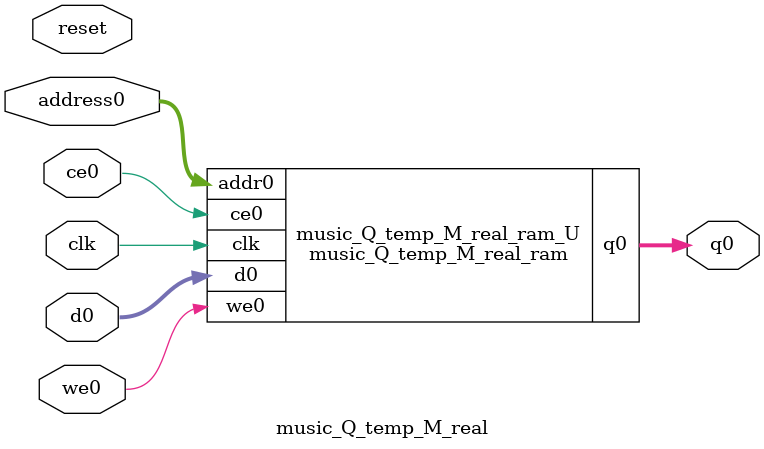
<source format=v>
`timescale 1 ns / 1 ps
module music_Q_temp_M_real_ram (addr0, ce0, d0, we0, q0,  clk);

parameter DWIDTH = 32;
parameter AWIDTH = 4;
parameter MEM_SIZE = 16;

input[AWIDTH-1:0] addr0;
input ce0;
input[DWIDTH-1:0] d0;
input we0;
output reg[DWIDTH-1:0] q0;
input clk;

(* ram_style = "distributed" *)reg [DWIDTH-1:0] ram[0:MEM_SIZE-1];




always @(posedge clk)  
begin 
    if (ce0) 
    begin
        if (we0) 
        begin 
            ram[addr0] <= d0; 
        end 
        q0 <= ram[addr0];
    end
end


endmodule

`timescale 1 ns / 1 ps
module music_Q_temp_M_real(
    reset,
    clk,
    address0,
    ce0,
    we0,
    d0,
    q0);

parameter DataWidth = 32'd32;
parameter AddressRange = 32'd16;
parameter AddressWidth = 32'd4;
input reset;
input clk;
input[AddressWidth - 1:0] address0;
input ce0;
input we0;
input[DataWidth - 1:0] d0;
output[DataWidth - 1:0] q0;



music_Q_temp_M_real_ram music_Q_temp_M_real_ram_U(
    .clk( clk ),
    .addr0( address0 ),
    .ce0( ce0 ),
    .we0( we0 ),
    .d0( d0 ),
    .q0( q0 ));

endmodule


</source>
